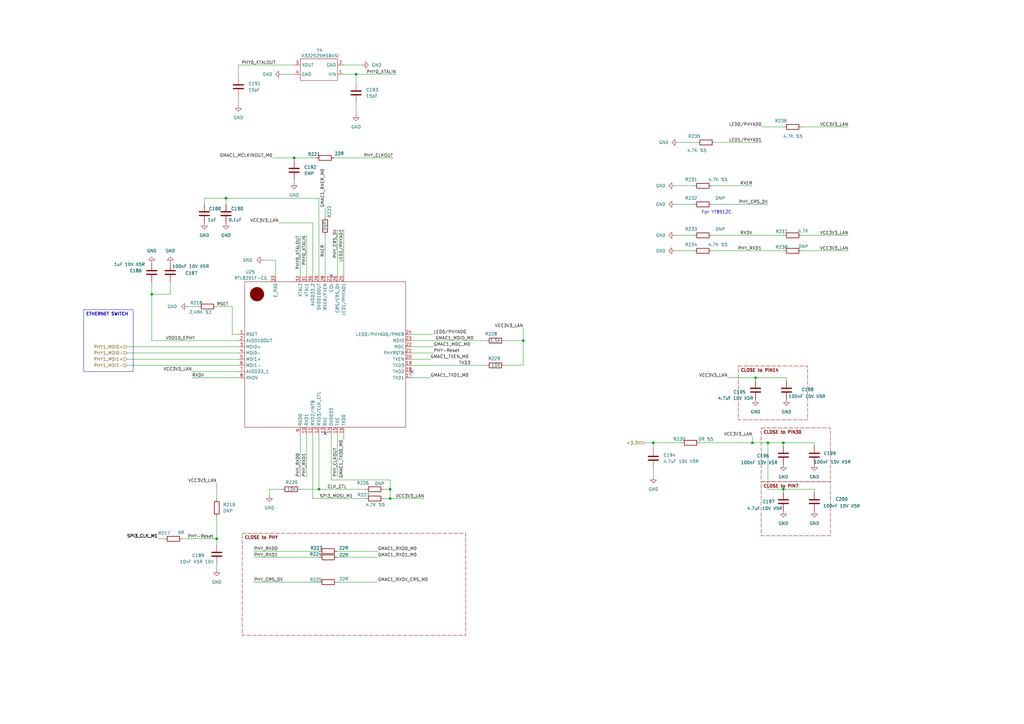
<source format=kicad_sch>
(kicad_sch (version 20231120) (generator "eeschema") (generator_version "8.0")
  (paper "A3")
  (lib_symbols
    (symbol "Device:C" (pin_numbers hide) (pin_names (offset 0.254))
      (property "Reference" "C" (at 0.635 2.54 0))
      (property "Value" "C" (at 0.635 -2.54 0))
      (symbol "C_0_1"
        (polyline (pts (xy -2.032 -0.762) (xy 2.032 -0.762)) (stroke (width 0.508)))
        (polyline (pts (xy -2.032 0.762) (xy 2.032 0.762)) (stroke (width 0.508)))
      )
      (symbol "C_1_1"
        (pin passive line (at 0 3.81 270) (length 2.794) (name "~") (number "1"))
        (pin passive line (at 0 -3.81 90) (length 2.794) (name "~") (number "2"))
      )
    )
    (symbol "Device:R" (pin_numbers hide) (pin_names (offset 0))
      (property "Reference" "R" (at 2.032 0 90))
      (property "Value" "R" (at 0 0 90))
      (symbol "R_0_1"
        (rectangle (start -1.016 -2.54) (end 1.016 2.54) (stroke (width 0.254)))
      )
      (symbol "R_1_1"
        (pin passive line (at 0 3.81 270) (length 1.27) (name "~") (number "1"))
        (pin passive line (at 0 -3.81 90) (length 1.27) (name "~") (number "2"))
      )
    )
    (symbol "Symbol:CRY-D3225"
      (property "Reference" "Y" (at 0 0 0))
      (symbol "CRY-D3225_0_1"
        (rectangle (start -7.62 -1.27) (end 7.62 -10.16))
      )
      (symbol "CRY-D3225_1_1"
        (pin input line (at 10.16 -7.62 180) (length 2.54) (name "XIN") (number "1"))
        (pin input line (at 10.16 -3.81 180) (length 2.54) (name "GND") (number "2"))
        (pin input line (at -10.16 -3.81 0) (length 2.54) (name "XOUT") (number "3"))
        (pin input line (at -10.16 -7.62 0) (length 2.54) (name "GND") (number "4"))
      )
    )
    (symbol "Symbol:RTL8211"
      (property "Reference" "U23" (at -18.034 -1.524 0))
      (property "Value" "RTL8201F-CG" (at -17.78 0.508 0))
      (symbol "RTL8211_0_1"
        (rectangle (start -19.05 -3.81) (end 46.99 -63.5))
      )
      (symbol "RTL8211_1_1"
        (circle (center -13.97 -8.89) (radius 2.8398) (fill (type outline)))
        (pin input line (at -21.59 -25.4 0) (length 2.54) (name "RSET") (number "1"))
        (pin input line (at 6.35 -66.04 90) (length 2.54) (name "RXD1") (number "10"))
        (pin input line (at 8.89 -66.04 90) (length 2.54) (name "RXD2/INTB") (number "11"))
        (pin input line (at 11.43 -66.04 90) (length 2.54) (name "RXD3/CLK_CTL") (number "12"))
        (pin input line (at 13.97 -66.04 90) (length 2.54) (name "RXC") (number "13"))
        (pin input line (at 16.51 -66.04 90) (length 2.54) (name "DVDD33") (number "14"))
        (pin input line (at 19.05 -66.04 90) (length 2.54) (name "TXC") (number "15"))
        (pin input line (at 21.59 -66.04 90) (length 2.54) (name "TXD0") (number "16"))
        (pin input line (at 49.53 -43.18 180) (length 2.54) (name "TXD1") (number "17"))
        (pin input line (at 49.53 -40.64 180) (length 2.54) (name "TXD2") (number "18"))
        (pin input line (at 49.53 -38.1 180) (length 2.54) (name "TXD3") (number "19"))
        (pin input line (at -21.59 -27.94 0) (length 2.54) (name "AVDD10OUT") (number "2"))
        (pin input line (at 49.53 -35.56 180) (length 2.54) (name "TXEN") (number "20"))
        (pin input line (at 49.53 -33.02 180) (length 2.54) (name "PHYRSTB") (number "21"))
        (pin input line (at 49.53 -30.48 180) (length 2.54) (name "MDC") (number "22"))
        (pin input line (at 49.53 -27.94 180) (length 2.54) (name "MDIO") (number "23"))
        (pin input line (at 49.53 -25.4 180) (length 2.54) (name "LED0/PHYAD0/PMEB") (number "24"))
        (pin input line (at 21.59 -1.27 270) (length 2.54) (name "LED1/PHYAD1") (number "25"))
        (pin input line (at 19.05 -1.27 270) (length 2.54) (name "CRS/CRS_DV") (number "26"))
        (pin input line (at 16.51 -1.27 270) (length 2.54) (name "COL") (number "27"))
        (pin input line (at 13.97 -1.27 270) (length 2.54) (name "RXER/FXEN") (number "28"))
        (pin input line (at 11.43 -1.27 270) (length 2.54) (name "DVDD10OUT") (number "29"))
        (pin input line (at -21.59 -30.48 0) (length 2.54) (name "MDI0+") (number "3"))
        (pin input line (at 8.89 -1.27 270) (length 2.54) (name "AVDD33_2") (number "30"))
        (pin input line (at 6.35 -1.27 270) (length 2.54) (name "XTAL1") (number "31"))
        (pin input line (at 3.81 -1.27 270) (length 2.54) (name "XTAL2") (number "32"))
        (pin input line (at -6.35 -1.27 270) (length 2.54) (name "E_PAD") (number "33"))
        (pin input line (at -21.59 -33.02 0) (length 2.54) (name "MDI0-") (number "4"))
        (pin input line (at -21.59 -35.56 0) (length 2.54) (name "MDI1+") (number "5"))
        (pin input line (at -21.59 -38.1 0) (length 2.54) (name "MDI1-") (number "6"))
        (pin input line (at -21.59 -40.64 0) (length 2.54) (name "AVDD33_1") (number "7"))
        (pin input line (at -21.59 -43.18 0) (length 2.54) (name "RXDV") (number "8"))
        (pin input line (at 3.81 -66.04 90) (length 2.54) (name "RXD0") (number "9"))
      )
    )
    (symbol "power:GND" (power) (pin_names (offset 0))
      (property "Value" "GND" (at 0 -3.81 0))
      (symbol "GND_0_1"
        (polyline (pts (xy 0 0) (xy 0 -1.27) (xy 1.27 -1.27) (xy 0 -2.54) (xy -1.27 -1.27) (xy 0 -1.27)))
      )
      (symbol "GND_1_1"
        (pin power_in line (at 0 0 270) (length 0) hide (name "GND") (number "1"))
      )
    )
  )
  (junction (at 120.65 64.77))
  (junction (at 214.63 139.7))
  (junction (at 267.97 181.61))
  (junction (at 314.96 181.61))
  (junction (at 88.9 220.98))
  (junction (at 160.02 204.47))
  (junction (at 321.31 200.66))
  (junction (at 160.02 200.66))
  (junction (at 130.81 200.66))
  (junction (at 62.23 120.65))
  (junction (at 92.71 81.28))
  (junction (at 309.88 154.94))
  (junction (at 146.05 30.48))
  (junction (at 308.61 181.61))
  (junction (at 321.31 181.61))
  (no_connect (at 168.91 152.4))
  (no_connect (at 133.35 177.8))
  (no_connect (at 135.89 113.03))
  (wire (pts (xy 314.96 83.82) (xy 292.1 83.82)))
  (wire (pts (xy 322.58 154.94) (xy 322.58 156.21)))
  (wire (pts (xy 298.45 154.94) (xy 309.88 154.94)))
  (wire (pts (xy 168.91 137.16) (xy 177.8 137.16)))
  (wire (pts (xy 276.86 83.82) (xy 284.48 83.82)))
  (wire (pts (xy 146.05 34.29) (xy 146.05 30.48)))
  (wire (pts (xy 314.96 200.66) (xy 321.31 200.66)))
  (wire (pts (xy 52.07 149.86) (xy 97.79 149.86)))
  (wire (pts (xy 308.61 76.2) (xy 292.1 76.2)))
  (wire (pts (xy 97.79 26.67) (xy 120.65 26.67)))
  (wire (pts (xy 140.97 180.34) (xy 140.97 177.8)))
  (wire (pts (xy 321.31 200.66) (xy 334.01 200.66)))
  (wire (pts (xy 114.3 91.44) (xy 128.27 91.44)))
  (wire (pts (xy 104.14 226.06) (xy 130.81 226.06)))
  (wire (pts (xy 110.49 200.66) (xy 115.57 200.66)))
  (wire (pts (xy 78.74 154.94) (xy 97.79 154.94)))
  (wire (pts (xy 62.23 120.65) (xy 62.23 115.57)))
  (wire (pts (xy 128.27 204.47) (xy 149.86 204.47)))
  (wire (pts (xy 287.02 181.61) (xy 308.61 181.61)))
  (wire (pts (xy 83.82 81.28) (xy 83.82 83.82)))
  (wire (pts (xy 292.1 102.87) (xy 321.31 102.87)))
  (wire (pts (xy 138.43 226.06) (xy 154.94 226.06)))
  (wire (pts (xy 130.81 81.28) (xy 130.81 113.03)))
  (wire (pts (xy 123.19 177.8) (xy 123.19 195.58)))
  (wire (pts (xy 278.13 58.42) (xy 285.75 58.42)))
  (wire (pts (xy 146.05 30.48) (xy 162.56 30.48)))
  (wire (pts (xy 88.9 220.98) (xy 88.9 223.52)))
  (wire (pts (xy 104.14 238.76) (xy 130.81 238.76)))
  (wire (pts (xy 176.53 154.94) (xy 168.91 154.94)))
  (wire (pts (xy 78.74 152.4) (xy 97.79 152.4)))
  (wire (pts (xy 97.79 43.18) (xy 97.79 39.37)))
  (wire (pts (xy 314.96 181.61) (xy 314.96 200.66)))
  (wire (pts (xy 214.63 139.7) (xy 214.63 149.86)))
  (wire (pts (xy 107.95 106.68) (xy 113.03 106.68)))
  (wire (pts (xy 133.35 85.09) (xy 133.35 88.9)))
  (wire (pts (xy 276.86 102.87) (xy 284.48 102.87)))
  (wire (pts (xy 130.81 200.66) (xy 149.86 200.66)))
  (wire (pts (xy 308.61 181.61) (xy 314.96 181.61)))
  (wire (pts (xy 95.25 125.73) (xy 88.9 125.73)))
  (wire (pts (xy 293.37 58.42) (xy 312.42 58.42)))
  (wire (pts (xy 161.29 64.77) (xy 137.16 64.77)))
  (wire (pts (xy 168.91 149.86) (xy 199.39 149.86)))
  (wire (pts (xy 347.98 96.52) (xy 328.93 96.52)))
  (wire (pts (xy 76.9976 125.73) (xy 81.28 125.73)))
  (wire (pts (xy 74.93 220.98) (xy 88.9 220.98)))
  (wire (pts (xy 128.27 91.44) (xy 128.27 113.03)))
  (wire (pts (xy 309.88 154.94) (xy 322.58 154.94)))
  (wire (pts (xy 314.96 181.61) (xy 321.31 181.61)))
  (wire (pts (xy 264.16 181.61) (xy 267.97 181.61)))
  (wire (pts (xy 97.79 137.16) (xy 95.25 137.16)))
  (wire (pts (xy 276.86 76.2) (xy 284.48 76.2)))
  (wire (pts (xy 125.73 177.8) (xy 125.73 195.58)))
  (wire (pts (xy 52.07 142.24) (xy 97.79 142.24)))
  (wire (pts (xy 113.03 113.03) (xy 113.03 106.68)))
  (wire (pts (xy 309.88 154.94) (xy 309.88 156.21)))
  (wire (pts (xy 321.31 181.61) (xy 334.01 181.61)))
  (wire (pts (xy 308.61 181.61) (xy 308.61 179.07)))
  (wire (pts (xy 334.01 200.66) (xy 334.01 201.93)))
  (wire (pts (xy 146.05 46.99) (xy 146.05 41.91)))
  (wire (pts (xy 62.23 139.7) (xy 62.23 120.65)))
  (wire (pts (xy 92.71 81.28) (xy 130.81 81.28)))
  (wire (pts (xy 69.85 115.57) (xy 69.85 120.65)))
  (wire (pts (xy 115.57 30.48) (xy 120.65 30.48)))
  (wire (pts (xy 168.91 139.7) (xy 199.39 139.7)))
  (wire (pts (xy 133.35 96.52) (xy 133.35 113.03)))
  (wire (pts (xy 83.82 81.28) (xy 92.71 81.28)))
  (wire (pts (xy 95.25 137.16) (xy 95.25 125.73)))
  (wire (pts (xy 69.85 120.65) (xy 62.23 120.65)))
  (wire (pts (xy 138.43 228.6) (xy 154.94 228.6)))
  (wire (pts (xy 88.9 198.12) (xy 88.9 204.47)))
  (wire (pts (xy 157.48 204.47) (xy 160.02 204.47)))
  (wire (pts (xy 123.19 96.52) (xy 123.19 113.03)))
  (wire (pts (xy 267.97 181.61) (xy 279.4 181.61)))
  (wire (pts (xy 52.07 147.32) (xy 97.79 147.32)))
  (wire (pts (xy 168.91 144.78) (xy 177.8 144.78)))
  (wire (pts (xy 130.81 177.8) (xy 130.81 200.66)))
  (wire (pts (xy 135.89 196.85) (xy 160.02 196.85)))
  (wire (pts (xy 125.73 96.52) (xy 125.73 113.03)))
  (wire (pts (xy 88.9 231.14) (xy 88.9 233.68)))
  (wire (pts (xy 168.91 147.32) (xy 176.53 147.32)))
  (wire (pts (xy 135.89 177.8) (xy 135.89 196.85)))
  (wire (pts (xy 92.71 81.28) (xy 92.71 83.82)))
  (wire (pts (xy 62.23 139.7) (xy 97.79 139.7)))
  (wire (pts (xy 276.86 96.52) (xy 284.48 96.52)))
  (wire (pts (xy 160.02 204.47) (xy 173.99 204.47)))
  (wire (pts (xy 140.97 93.98) (xy 140.97 113.03)))
  (wire (pts (xy 321.31 181.61) (xy 321.31 182.88)))
  (wire (pts (xy 120.65 64.77) (xy 120.65 66.04)))
  (wire (pts (xy 120.65 64.77) (xy 129.54 64.77)))
  (wire (pts (xy 207.01 149.86) (xy 214.63 149.86)))
  (wire (pts (xy 328.93 52.07) (xy 347.98 52.07)))
  (wire (pts (xy 292.1 96.52) (xy 321.31 96.52)))
  (wire (pts (xy 347.98 102.87) (xy 328.93 102.87)))
  (wire (pts (xy 334.01 181.61) (xy 334.01 182.88)))
  (wire (pts (xy 138.43 93.98) (xy 138.43 113.03)))
  (wire (pts (xy 267.97 191.77) (xy 267.97 195.58)))
  (wire (pts (xy 146.05 30.48) (xy 140.97 30.48)))
  (wire (pts (xy 111.76 64.77) (xy 120.65 64.77)))
  (wire (pts (xy 148.59 26.67) (xy 140.97 26.67)))
  (wire (pts (xy 160.02 196.85) (xy 160.02 200.66)))
  (wire (pts (xy 88.9 220.98) (xy 88.9 212.09)))
  (wire (pts (xy 123.19 200.66) (xy 130.81 200.66)))
  (wire (pts (xy 312.42 52.07) (xy 321.31 52.07)))
  (wire (pts (xy 168.91 142.24) (xy 177.8 142.24)))
  (wire (pts (xy 214.63 134.62) (xy 214.63 139.7)))
  (wire (pts (xy 110.49 203.2) (xy 110.49 200.66)))
  (wire (pts (xy 160.02 200.66) (xy 160.02 204.47)))
  (wire (pts (xy 64.77 220.98) (xy 67.31 220.98)))
  (wire (pts (xy 267.97 181.61) (xy 267.97 184.15)))
  (wire (pts (xy 120.65 74.93) (xy 120.65 73.66)))
  (wire (pts (xy 157.48 200.66) (xy 160.02 200.66)))
  (wire (pts (xy 138.43 238.76) (xy 154.94 238.76)))
  (wire (pts (xy 52.07 144.78) (xy 97.79 144.78)))
  (wire (pts (xy 321.31 200.66) (xy 321.31 201.93)))
  (wire (pts (xy 97.79 31.75) (xy 97.79 26.67)))
  (wire (pts (xy 104.14 228.6) (xy 130.81 228.6)))
  (wire (pts (xy 207.01 139.7) (xy 214.63 139.7)))
  (wire (pts (xy 128.27 177.8) (xy 128.27 204.47)))
  (wire (pts (xy 138.43 177.8) (xy 138.43 195.58)))
  (text_box "CLOSE to PIN30\n\n" (at 312.166 175.514 0) (size 28.448 22.098) (stroke (width 0) (type dash) (color 132 0 0 1)) (effects (font (size 1.27 1.27) (thickness 0.254) (bold yes)) (justify left top)))
  (text_box "CLOSE to PIN7\n\n\n" (at 312.166 197.612 0) (size 28.448 22.098) (stroke (width 0) (type dash) (color 132 0 0 1)) (effects (font (size 1.27 1.27) (thickness 0.254) (bold yes)) (justify left top)))
  (text_box "CLOSE to PHY\n\n\n\n\n" (at 99.314 218.694 0) (size 91.694 41.91) (stroke (width 0) (type dash) (color 132 0 0 1)) (effects (font (size 1.27 1.27) (thickness 0.254) (bold yes)) (justify left top)))
  (text_box "ETHERNET SWITCH\n" (at 34.29 127 0) (size 20.32 25.4) (effects (font (size 1.27 1.27) (bold yes)) (justify left top)))
  (text_box "CLOSE to PIN14\n\n\n" (at 302.768 150.114 0) (size 28.448 22.098) (stroke (width 0) (type dash) (color 132 0 0 1)) (effects (font (size 1.27 1.27) (thickness 0.254) (bold yes)) (justify left top)))
  (text "For YT8512C" (at 293.878 87.122 0) (effects (font (size 1.27 1.27))))
  (label "GMAC1_RXER_M0" (at 133.35 85.09 90))
  (label "GMAC1_MDIO_M0" (at 194.31 139.7 180))
  (label "LED1{slash}PHYAD1" (at 140.97 93.98 270))
  (label "PHY0_XTALIN" (at 125.73 96.52 270))
  (label "GMAC1_TXD0_M0" (at 140.97 180.34 270))
  (label "PHY_RXD0" (at 104.14 226.06 0))
  (label "PHY_CRS_DV" (at 138.43 93.98 270))
  (label "SPI3_MOSI_M1" (at 144.78 204.47 180))
  (label "GMAC1_MCLKINOUT_M0" (at 111.76 64.77 180))
  (label "LED0{slash}PHYAD0" (at 177.8 137.16 0))
  (label "PHY0_XTALOUT" (at 113.03 26.67 180))
  (label "CLK_CTL" (at 142.24 200.66 180))
  (label "RXER" (at 133.35 105.41 90))
  (label "PHY_RXD1" (at 312.42 102.87 180))
  (label "GMAC1_MDC_M0" (at 177.8 142.24 0))
  (label "PHY-Reset" (at 87.63 220.98 180))
  (label "PHY_RXD1" (at 125.73 195.58 90))
  (label "RXER" (at 308.61 76.2 180))
  (label "VCC3V3_LAN" (at 347.98 102.87 180))
  (label "PHY0_XTALOUT" (at 123.19 96.52 270))
  (label "GMAC1_RXD0_M0" (at 154.94 226.06 0))
  (label "VCC3V3_LAN" (at 214.63 134.62 180))
  (label "VCC3V3_LAN" (at 347.98 52.07 180))
  (label "PHY_CLKOUT" (at 138.43 195.58 90))
  (label "PHY_CRS_DV" (at 314.96 83.82 180))
  (label "GMAC1_TXD1_M0" (at 176.53 154.94 0))
  (label "PHY_CLKOUT" (at 161.29 64.77 180))
  (label "PHY0_XTALIN" (at 162.56 30.48 180))
  (label "VCC3V3_LAN" (at 114.3 91.44 180))
  (label "GMAC1_TXEN_M0" (at 176.53 147.32 0))
  (label "RXDV" (at 308.61 96.52 180))
  (label "TXD3" (at 193.04 149.86 180))
  (label "VCC3V3_LAN" (at 298.45 154.94 180))
  (label "PHY_RXD0" (at 123.19 195.58 90))
  (label "VCC3V3_LAN" (at 88.9 198.12 180))
  (label "RSET" (at 88.9 125.73 0))
  (label "LED0{slash}PHYAD0" (at 312.42 52.07 180))
  (label "PHY_RXD1" (at 104.14 228.6 0))
  (label "VCC3V3_LAN" (at 173.99 204.47 180))
  (label "SPI3_CLK_M1" (at 64.77 220.98 180) (effects (font (bold yes))))
  (label "GMAC1_RXDV_CRS_M0" (at 154.94 238.76 0))
  (label "PHY_CRS_DV" (at 104.14 238.76 0))
  (label "LED1{slash}PHYAD1" (at 312.42 58.42 180))
  (label "VDD10_EPHY" (at 80.01 139.7 180))
  (label "GMAC1_RXD1_M0" (at 154.94 228.6 0))
  (label "VCC3V3_LAN" (at 78.74 152.4 180))
  (label "VCC3V3_LAN" (at 308.61 179.07 180))
  (label "RXDV" (at 78.74 154.94 0))
  (label "PHY-Reset" (at 177.8 144.78 0))
  (label "VCC3V3_LAN" (at 347.98 96.52 180))
  (hierarchical_label "+3.3V" (shape input) (at 264.16 181.61 180))
  (hierarchical_label "PHY1_MDI1+" (shape input) (at 52.07 147.32 180))
  (hierarchical_label "PHY1_MDI1-" (shape input) (at 52.07 149.86 180))
  (hierarchical_label "PHY1_MDI0+" (shape input) (at 52.07 142.24 180))
  (hierarchical_label "PHY1_MDI0-" (shape input) (at 52.07 144.78 180))
  (symbol (lib_id "Device:R") (at 153.67 204.47 90) (unit 1)
    (property "Reference" "R227" (at 149.098 202.946 90))
    (property "Value" "4.7K %5" (at 153.924 207.01 90))
    (property "Footprint" "Resistor_SMD:R_0402_1005Metric" (effects (hide yes)))
    (property "Description" "Resistor" (effects (hide yes)))
  )
  (symbol (lib_id "Device:C") (at 321.31 186.69 0) (unit 1)
    (property "Reference" "C196" (at 310.388 186.944 0) (effects (justify left)))
    (property "Value" "100nF 10V X5R		" (at 303.784 189.738 0) (effects (justify left)))
    (property "Footprint" "Capacitor_SMD:C_0402_1005Metric" (effects (hide yes)))
    (property "Description" "Unpolarized capacitor" (effects (hide yes)))
  )
  (symbol (lib_id "power:GND") (at 69.85 107.95 0) (mirror x) (unit 1)
    (property "Reference" "#PWR0244" (effects (hide yes)))
    (property "Value" "GND" (at 69.85 102.87 0))
    (property "Description" "Power symbol creates a global label with name \"GND\" , ground" (effects (hide yes)))
  )
  (symbol (lib_id "Device:R") (at 134.62 226.06 270) (unit 1)
    (property "Reference" "R223" (at 129.794 224.79 90))
    (property "Value" "22R	" (at 141.478 224.79 90))
    (property "Footprint" "Resistor_SMD:R_0402_1005Metric" (effects (hide yes)))
    (property "Description" "Resistor" (effects (hide yes)))
  )
  (symbol (lib_id "Device:R") (at 288.29 96.52 90) (unit 1)
    (property "Reference" "R233" (at 283.464 93.98 90))
    (property "Value" "DNP" (at 295.402 93.98 90))
    (property "Footprint" "Resistor_SMD:R_0402_1005Metric" (effects (hide yes)))
    (property "Description" "Resistor" (effects (hide yes)))
  )
  (symbol (lib_id "Device:C") (at 62.23 111.76 0) (mirror x) (unit 1)
    (property "Reference" "C186" (at 53.086 110.998 0) (effects (justify left)))
    (property "Value" "1uF 10V X5R" (at 46.736 108.458 0) (effects (justify left)))
    (property "Footprint" "Capacitor_SMD:C_0603_1608Metric" (effects (hide yes)))
    (property "Description" "Unpolarized capacitor" (effects (hide yes)))
  )
  (symbol (lib_id "power:GND") (at 321.31 209.55 0) (unit 1)
    (property "Reference" "#PWR0264" (effects (hide yes)))
    (property "Value" "GND" (at 321.31 214.63 0))
    (property "Description" "Power symbol creates a global label with name \"GND\" , ground" (effects (hide yes)))
  )
  (symbol (lib_id "Device:R") (at 288.29 83.82 90) (unit 1)
    (property "Reference" "R232" (at 283.464 81.28 90))
    (property "Value" "DNP" (at 295.402 81.28 90))
    (property "Footprint" "Resistor_SMD:R_0402_1005Metric" (effects (hide yes)))
    (property "Description" "Resistor" (effects (hide yes)))
  )
  (symbol (lib_id "Device:C") (at 83.82 87.63 0) (unit 1)
    (property "Reference" "C188" (at 85.598 85.598 0) (effects (justify left)))
    (property "Value" "1uF	" (at 85.09 90.17 0) (effects (justify left)))
    (property "Footprint" "Capacitor_SMD:C_0402_1005Metric" (effects (hide yes)))
    (property "Description" "Unpolarized capacitor" (effects (hide yes)))
  )
  (symbol (lib_id "Device:R") (at 325.12 52.07 90) (unit 1)
    (property "Reference" "R236" (at 320.294 49.53 90))
    (property "Value" "4.7K %5	" (at 326.136 55.88 90))
    (property "Footprint" "Resistor_SMD:R_0402_1005Metric" (effects (hide yes)))
    (property "Description" "Resistor" (effects (hide yes)))
  )
  (symbol (lib_id "Device:R") (at 288.29 102.87 90) (unit 1)
    (property "Reference" "R234" (at 283.464 100.33 90))
    (property "Value" "4.7K %5	" (at 295.402 100.33 90))
    (property "Footprint" "Resistor_SMD:R_0402_1005Metric" (effects (hide yes)))
    (property "Description" "Resistor" (effects (hide yes)))
  )
  (symbol (lib_id "power:GND") (at 92.71 91.44 0) (unit 1)
    (property "Reference" "#PWR0248" (effects (hide yes)))
    (property "Value" "GND" (at 92.71 96.52 0))
    (property "Description" "Power symbol creates a global label with name \"GND\" , ground" (effects (hide yes)))
  )
  (symbol (lib_id "power:GND") (at 276.86 76.2 270) (unit 1)
    (property "Reference" "#PWR0257" (effects (hide yes)))
    (property "Value" "GND" (at 273.05 76.1999 90) (effects (justify right)))
    (property "Description" "Power symbol creates a global label with name \"GND\" , ground" (effects (hide yes)))
  )
  (symbol (lib_id "Symbol:CRY-D3225") (at 130.81 22.86 0) (unit 1)
    (property "Reference" "Y4" (at 131.064 20.574 0))
    (property "Value" "X322525MSB4SI" (at 131.318 22.86 0))
    (property "Footprint" "Crystal:Crystal_SMD_3225-4Pin_3.2x2.5mm" (effects (hide yes)))
    (property "MPN" "TZ1669D" (effects (hide yes)))
  )
  (symbol (lib_id "Device:R") (at 119.38 200.66 90) (unit 1)
    (property "Reference" "R220" (at 119.634 197.866 90))
    (property "Value" "10K" (at 119.634 200.66 90))
    (property "Footprint" "Resistor_SMD:R_0402_1005Metric" (effects (hide yes)))
    (property "Description" "Resistor" (effects (hide yes)))
  )
  (symbol (lib_id "Device:C") (at 322.58 160.02 0) (unit 1)
    (property "Reference" "C198" (at 328.676 159.766 0) (effects (justify left)))
    (property "Value" "100nF 10V X5R" (at 323.342 162.56 0) (effects (justify left)))
    (property "Footprint" "Capacitor_SMD:C_0402_1005Metric" (effects (hide yes)))
    (property "Description" "Unpolarized capacitor" (effects (hide yes)))
  )
  (symbol (lib_id "power:GND") (at 148.59 26.67 90) (unit 1)
    (property "Reference" "#PWR0255" (effects (hide yes)))
    (property "Value" "GND" (at 152.4 26.6699 90) (effects (justify right)))
    (property "Description" "Power symbol creates a global label with name \"GND\" , ground" (effects (hide yes)))
  )
  (symbol (lib_id "Device:R") (at 88.9 208.28 180) (unit 1)
    (property "Reference" "R219" (at 91.44 207.0099 0) (effects (justify right)))
    (property "Value" "DNP" (at 91.44 209.5499 0) (effects (justify right)))
    (property "Footprint" "Resistor_SMD:R_0402_1005Metric" (effects (hide yes)))
    (property "Description" "Resistor" (effects (hide yes)))
  )
  (symbol (lib_id "power:GND") (at 120.65 74.93 0) (unit 1)
    (property "Reference" "#PWR0253" (effects (hide yes)))
    (property "Value" "GND" (at 120.65 80.01 0))
    (property "Description" "Power symbol creates a global label with name \"GND\" , ground" (effects (hide yes)))
  )
  (symbol (lib_id "power:GND") (at 83.82 91.44 0) (unit 1)
    (property "Reference" "#PWR0246" (effects (hide yes)))
    (property "Value" "GND" (at 83.82 96.52 0))
    (property "Description" "Power symbol creates a global label with name \"GND\" , ground" (effects (hide yes)))
  )
  (symbol (lib_id "power:GND") (at 88.9 233.68 0) (unit 1)
    (property "Reference" "#PWR0247" (effects (hide yes)))
    (property "Value" "GND" (at 88.9 238.76 0))
    (property "Description" "Power symbol creates a global label with name \"GND\" , ground" (effects (hide yes)))
  )
  (symbol (lib_id "power:GND") (at 278.13 58.42 270) (unit 1)
    (property "Reference" "#PWR0261" (effects (hide yes)))
    (property "Value" "GND" (at 274.32 58.4199 90) (effects (justify right)))
    (property "Description" "Power symbol creates a global label with name \"GND\" , ground" (effects (hide yes)))
  )
  (symbol (lib_id "Device:R") (at 289.56 58.42 90) (unit 1)
    (property "Reference" "R235" (at 284.734 55.88 90))
    (property "Value" "4.7K %5	" (at 286.766 61.722 90))
    (property "Footprint" "Resistor_SMD:R_0402_1005Metric" (effects (hide yes)))
    (property "Description" "Resistor" (effects (hide yes)))
  )
  (symbol (lib_id "Device:R") (at 203.2 139.7 270) (unit 1)
    (property "Reference" "R228" (at 201.422 136.906 90))
    (property "Value" "1.5K" (at 203.2 139.7 90))
    (property "Footprint" "Resistor_SMD:R_0402_1005Metric" (effects (hide yes)))
    (property "Description" "Resistor" (effects (hide yes)))
  )
  (symbol (lib_id "Device:R") (at 203.2 149.86 90) (unit 1)
    (property "Reference" "R229" (at 202.692 147.066 90))
    (property "Value" "10K" (at 203.454 149.86 90))
    (property "Footprint" "Resistor_SMD:R_0402_1005Metric" (effects (hide yes)))
    (property "Description" "Resistor" (effects (hide yes)))
  )
  (symbol (lib_id "Device:R") (at 325.12 96.52 90) (unit 1)
    (property "Reference" "R237" (at 320.548 94.996 90))
    (property "Value" "4.7K" (at 329.438 94.742 90))
    (property "Footprint" "Resistor_SMD:R_0402_1005Metric" (effects (hide yes)))
    (property "Description" "Resistor" (effects (hide yes)))
  )
  (symbol (lib_id "power:GND") (at 334.01 190.5 0) (unit 1)
    (property "Reference" "#PWR0266" (effects (hide yes)))
    (property "Value" "GND" (at 334.01 195.58 0))
    (property "Description" "Power symbol creates a global label with name \"GND\" , ground" (effects (hide yes)))
  )
  (symbol (lib_id "Device:C") (at 97.79 35.56 0) (unit 1)
    (property "Reference" "C191" (at 101.854 34.2899 0) (effects (justify left)))
    (property "Value" "15pF" (at 101.854 36.8299 0) (effects (justify left)))
    (property "Footprint" "Capacitor_SMD:C_0402_1005Metric" (effects (hide yes)))
    (property "Description" "Unpolarized capacitor" (effects (hide yes)))
  )
  (symbol (lib_id "power:GND") (at 276.86 83.82 270) (unit 1)
    (property "Reference" "#PWR0258" (effects (hide yes)))
    (property "Value" "GND" (at 273.05 83.8199 90) (effects (justify right)))
    (property "Description" "Power symbol creates a global label with name \"GND\" , ground" (effects (hide yes)))
  )
  (symbol (lib_id "power:GND") (at 276.86 96.52 270) (unit 1)
    (property "Reference" "#PWR0259" (effects (hide yes)))
    (property "Value" "GND" (at 273.05 96.5199 90) (effects (justify right)))
    (property "Description" "Power symbol creates a global label with name \"GND\" , ground" (effects (hide yes)))
  )
  (symbol (lib_id "power:GND") (at 322.58 163.83 0) (unit 1)
    (property "Reference" "#PWR0265" (effects (hide yes)))
    (property "Value" "GND" (at 322.58 168.91 0))
    (property "Description" "Power symbol creates a global label with name \"GND\" , ground" (effects (hide yes)))
  )
  (symbol (lib_id "Device:C") (at 334.01 205.74 0) (unit 1)
    (property "Reference" "C200" (at 342.646 204.724 0) (effects (justify left)))
    (property "Value" "100nF 10V X5R		" (at 337.566 207.518 0) (effects (justify left)))
    (property "Footprint" "Capacitor_SMD:C_0402_1005Metric" (effects (hide yes)))
    (property "Description" "Unpolarized capacitor" (effects (hide yes)))
  )
  (symbol (lib_id "power:GND") (at 115.57 30.48 270) (unit 1)
    (property "Reference" "#PWR0252" (effects (hide yes)))
    (property "Value" "GND" (at 111.76 30.4799 90) (effects (justify right)))
    (property "Description" "Power symbol creates a global label with name \"GND\" , ground" (effects (hide yes)))
  )
  (symbol (lib_id "Device:C") (at 146.05 38.1 0) (unit 1)
    (property "Reference" "C193" (at 150.114 36.8299 0) (effects (justify left)))
    (property "Value" "15pF" (at 150.114 39.3699 0) (effects (justify left)))
    (property "Footprint" "Capacitor_SMD:C_0402_1005Metric" (effects (hide yes)))
    (property "Description" "Unpolarized capacitor" (effects (hide yes)))
  )
  (symbol (lib_id "Device:R") (at 325.12 102.87 90) (unit 1)
    (property "Reference" "R238" (at 320.548 101.346 90))
    (property "Value" "DNP" (at 329.438 101.092 90))
    (property "Footprint" "Resistor_SMD:R_0402_1005Metric" (effects (hide yes)))
    (property "Description" "Resistor" (effects (hide yes)))
  )
  (symbol (lib_id "Device:C") (at 321.31 205.74 0) (unit 1)
    (property "Reference" "C197" (at 312.674 205.74 0) (effects (justify left)))
    (property "Value" "4.7uF 10V X5R" (at 306.324 208.534 0) (effects (justify left)))
    (property "Footprint" "Capacitor_SMD:C_0603_1608Metric" (effects (hide yes)))
    (property "Description" "Unpolarized capacitor" (effects (hide yes)))
  )
  (symbol (lib_id "power:GND") (at 309.88 163.83 0) (unit 1)
    (property "Reference" "#PWR0262" (effects (hide yes)))
    (property "Value" "GND" (at 309.88 168.91 0))
    (property "Description" "Power symbol creates a global label with name \"GND\" , ground" (effects (hide yes)))
  )
  (symbol (lib_id "Device:R") (at 153.67 200.66 90) (unit 1)
    (property "Reference" "R226" (at 148.844 198.12 90))
    (property "Value" "DNP" (at 155.702 198.374 90))
    (property "Footprint" "Resistor_SMD:R_0402_1005Metric" (effects (hide yes)))
    (property "Description" "Resistor" (effects (hide yes)))
  )
  (symbol (lib_id "Device:C") (at 309.88 160.02 0) (unit 1)
    (property "Reference" "C195" (at 300.736 160.782 0) (effects (justify left)))
    (property "Value" "4.7uF 10V X5R" (at 294.386 163.322 0) (effects (justify left)))
    (property "Footprint" "Capacitor_SMD:C_0603_1608Metric" (effects (hide yes)))
    (property "Description" "Unpolarized capacitor" (effects (hide yes)))
  )
  (symbol (lib_id "Device:R") (at 288.29 76.2 90) (unit 1)
    (property "Reference" "R231" (at 283.464 73.66 90))
    (property "Value" "4.7K %5	" (at 295.402 73.66 90))
    (property "Footprint" "Resistor_SMD:R_0402_1005Metric" (effects (hide yes)))
    (property "Description" "Resistor" (effects (hide yes)))
  )
  (symbol (lib_id "Device:C") (at 120.65 69.85 0) (unit 1)
    (property "Reference" "C192" (at 124.714 68.5799 0) (effects (justify left)))
    (property "Value" "DNP" (at 124.714 71.1199 0) (effects (justify left)))
    (property "Footprint" "Capacitor_SMD:C_0402_1005Metric" (effects (hide yes)))
    (property "Description" "Unpolarized capacitor" (effects (hide yes)))
  )
  (symbol (lib_id "Device:C") (at 267.97 187.96 0) (unit 1)
    (property "Reference" "C194" (at 272.034 186.6899 0) (effects (justify left)))
    (property "Value" "4.7uF 10V X5R" (at 272.034 189.2299 0) (effects (justify left)))
    (property "Footprint" "Capacitor_SMD:C_0603_1608Metric" (effects (hide yes)))
    (property "Description" "Unpolarized capacitor" (effects (hide yes)))
  )
  (symbol (lib_id "Device:C") (at 92.71 87.63 0) (unit 1)
    (property "Reference" "C190" (at 94.742 85.598 0) (effects (justify left)))
    (property "Value" "0.1uF	" (at 93.726 90.17 0) (effects (justify left)))
    (property "Footprint" "Capacitor_SMD:C_0402_1005Metric" (effects (hide yes)))
    (property "Description" "Unpolarized capacitor" (effects (hide yes)))
  )
  (symbol (lib_id "power:GND") (at 76.9976 125.73 270) (unit 1)
    (property "Reference" "#PWR0245" (effects (hide yes)))
    (property "Value" "GND" (at 72.6796 125.7299 90) (effects (justify right)))
    (property "Description" "Power symbol creates a global label with name \"GND\" , ground" (effects (hide yes)))
  )
  (symbol (lib_id "Device:R") (at 134.62 228.6 270) (unit 1)
    (property "Reference" "R224" (at 129.54 227.33 90))
    (property "Value" "22R" (at 140.97 227.584 90))
    (property "Footprint" "Resistor_SMD:R_0402_1005Metric" (effects (hide yes)))
    (property "Description" "Resistor" (effects (hide yes)))
  )
  (symbol (lib_id "power:GND") (at 321.31 190.5 0) (unit 1)
    (property "Reference" "#PWR0263" (effects (hide yes)))
    (property "Value" "GND" (at 321.31 195.58 0))
    (property "Description" "Power symbol creates a global label with name \"GND\" , ground" (effects (hide yes)))
  )
  (symbol (lib_id "Device:R") (at 85.09 125.73 90) (unit 1)
    (property "Reference" "R218" (at 80.518 124.206 90))
    (property "Value" "2.49K %1" (at 82.296 128.016 90))
    (property "Footprint" "Resistor_SMD:R_0402_1005Metric" (effects (hide yes)))
    (property "Description" "Resistor" (effects (hide yes)))
  )
  (symbol (lib_id "power:GND") (at 276.86 102.87 270) (unit 1)
    (property "Reference" "#PWR0260" (effects (hide yes)))
    (property "Value" "GND" (at 273.05 102.8699 90) (effects (justify right)))
    (property "Description" "Power symbol creates a global label with name \"GND\" , ground" (effects (hide yes)))
  )
  (symbol (lib_id "power:GND") (at 334.01 209.55 0) (unit 1)
    (property "Reference" "#PWR0267" (effects (hide yes)))
    (property "Value" "GND" (at 334.01 214.63 0))
    (property "Description" "Power symbol creates a global label with name \"GND\" , ground" (effects (hide yes)))
  )
  (symbol (lib_id "Device:C") (at 69.85 111.76 0) (mirror x) (unit 1)
    (property "Reference" "C187" (at 75.946 112.014 0) (effects (justify left)))
    (property "Value" "100nF 10V X5R" (at 70.612 109.22 0) (effects (justify left)))
    (property "Footprint" "Capacitor_SMD:C_0402_1005Metric" (effects (hide yes)))
    (property "Description" "Unpolarized capacitor" (effects (hide yes)))
  )
  (symbol (lib_id "Symbol:RTL8211") (at 119.38 111.76 0) (unit 1)
    (property "Reference" "U25" (at 102.616 111.506 0))
    (property "Value" "RTL8201F-CG" (at 102.87 114.046 0))
    (property "Footprint" "Library:QFN32_5x5" (effects (hide yes)))
    (property "Description" "QFN40-5X5" (effects (hide yes)))
    (property "MPN" "RTL8211F-CG" (effects (hide yes)))
  )
  (symbol (lib_id "power:GND") (at 62.23 107.95 0) (mirror x) (unit 1)
    (property "Reference" "#PWR0243" (effects (hide yes)))
    (property "Value" "GND" (at 62.23 102.87 0))
    (property "Description" "Power symbol creates a global label with name \"GND\" , ground" (effects (hide yes)))
  )
  (symbol (lib_id "Device:R") (at 133.35 64.77 90) (unit 1)
    (property "Reference" "R221" (at 128.778 63.246 90))
    (property "Value" "22R" (at 139.192 62.992 90))
    (property "Footprint" "Resistor_SMD:R_0402_1005Metric" (effects (hide yes)))
    (property "Description" "Resistor" (effects (hide yes)))
  )
  (symbol (lib_id "Device:C") (at 88.9 227.33 0) (unit 1)
    (property "Reference" "C189" (at 78.74 227.838 0) (effects (justify left)))
    (property "Value" "10nF X5R 10V" (at 73.66 230.378 0) (effects (justify left)))
    (property "Footprint" "Capacitor_SMD:C_0402_1005Metric" (effects (hide yes)))
    (property "Description" "Unpolarized capacitor" (effects (hide yes)))
  )
  (symbol (lib_id "power:GND") (at 146.05 46.99 0) (unit 1)
    (property "Reference" "#PWR0254" (effects (hide yes)))
    (property "Value" "GND" (at 146.05 52.07 0))
    (property "Description" "Power symbol creates a global label with name \"GND\" , ground" (effects (hide yes)))
  )
  (symbol (lib_id "power:GND") (at 97.79 43.18 0) (unit 1)
    (property "Reference" "#PWR0249" (effects (hide yes)))
    (property "Value" "GND" (at 97.79 48.26 0))
    (property "Description" "Power symbol creates a global label with name \"GND\" , ground" (effects (hide yes)))
  )
  (symbol (lib_id "Device:R") (at 71.12 220.98 90) (unit 1)
    (property "Reference" "R217" (at 67.31 218.694 90))
    (property "Value" "0R	" (at 75.438 218.44 90))
    (property "Footprint" "Resistor_SMD:R_0402_1005Metric" (effects (hide yes)))
    (property "Description" "Resistor" (effects (hide yes)))
  )
  (symbol (lib_id "Device:R") (at 133.35 92.71 180) (unit 1)
    (property "Reference" "R222" (at 135.128 89.408 90) (effects (justify right)))
    (property "Value" "DNP" (at 133.35 94.742 90) (effects (justify right)))
    (property "Footprint" "Resistor_SMD:R_0402_1005Metric" (effects (hide yes)))
    (property "Description" "Resistor" (effects (hide yes)))
  )
  (symbol (lib_id "Device:C") (at 334.01 186.69 0) (unit 1)
    (property "Reference" "C199" (at 337.82 185.928 0) (effects (justify left)))
    (property "Value" "100nF 10V X5R		" (at 333.756 189.484 0) (effects (justify left)))
    (property "Footprint" "Capacitor_SMD:C_0402_1005Metric" (effects (hide yes)))
    (property "Description" "Unpolarized capacitor" (effects (hide yes)))
  )
  (symbol (lib_id "Device:R") (at 283.21 181.61 90) (unit 1)
    (property "Reference" "R230" (at 278.638 180.086 90))
    (property "Value" "0R %5" (at 289.56 180.086 90))
    (property "Footprint" "Resistor_SMD:R_0402_1005Metric" (effects (hide yes)))
    (property "Description" "Resistor" (effects (hide yes)))
  )
  (symbol (lib_id "power:GND") (at 110.49 203.2 0) (unit 1)
    (property "Reference" "#PWR0251" (effects (hide yes)))
    (property "Value" "GND" (at 110.49 208.28 0))
    (property "Description" "Power symbol creates a global label with name \"GND\" , ground" (effects (hide yes)))
  )
  (symbol (lib_id "power:GND") (at 267.97 195.58 0) (unit 1)
    (property "Reference" "#PWR0256" (effects (hide yes)))
    (property "Value" "GND" (at 267.97 200.66 0))
    (property "Description" "Power symbol creates a global label with name \"GND\" , ground" (effects (hide yes)))
  )
  (symbol (lib_id "Device:R") (at 134.62 238.76 270) (unit 1)
    (property "Reference" "R225" (at 129.54 237.744 90))
    (property "Value" "22R" (at 140.97 237.49 90))
    (property "Footprint" "Resistor_SMD:R_0402_1005Metric" (effects (hide yes)))
    (property "Description" "Resistor" (effects (hide yes)))
  )
  (symbol (lib_id "power:GND") (at 107.95 106.68 270) (unit 1)
    (property "Reference" "#PWR0250" (effects (hide yes)))
    (property "Value" "GND" (at 103.632 106.6799 90) (effects (justify right)))
    (property "Description" "Power symbol creates a global label with name \"GND\" , ground" (effects (hide yes)))
  )
)
</source>
